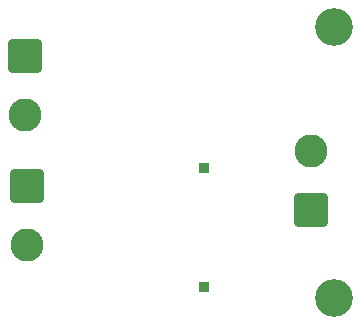
<source format=gbr>
%TF.GenerationSoftware,KiCad,Pcbnew,9.0.6*%
%TF.CreationDate,2026-02-11T21:56:19+01:00*%
%TF.ProjectId,High Side OR ing,48696768-2053-4696-9465-204f5220696e,A*%
%TF.SameCoordinates,Original*%
%TF.FileFunction,Soldermask,Bot*%
%TF.FilePolarity,Negative*%
%FSLAX46Y46*%
G04 Gerber Fmt 4.6, Leading zero omitted, Abs format (unit mm)*
G04 Created by KiCad (PCBNEW 9.0.6) date 2026-02-11 21:56:19*
%MOMM*%
%LPD*%
G01*
G04 APERTURE LIST*
G04 Aperture macros list*
%AMRoundRect*
0 Rectangle with rounded corners*
0 $1 Rounding radius*
0 $2 $3 $4 $5 $6 $7 $8 $9 X,Y pos of 4 corners*
0 Add a 4 corners polygon primitive as box body*
4,1,4,$2,$3,$4,$5,$6,$7,$8,$9,$2,$3,0*
0 Add four circle primitives for the rounded corners*
1,1,$1+$1,$2,$3*
1,1,$1+$1,$4,$5*
1,1,$1+$1,$6,$7*
1,1,$1+$1,$8,$9*
0 Add four rect primitives between the rounded corners*
20,1,$1+$1,$2,$3,$4,$5,0*
20,1,$1+$1,$4,$5,$6,$7,0*
20,1,$1+$1,$6,$7,$8,$9,0*
20,1,$1+$1,$8,$9,$2,$3,0*%
G04 Aperture macros list end*
%ADD10R,0.850000X0.850000*%
%ADD11RoundRect,0.250001X-1.149999X1.149999X-1.149999X-1.149999X1.149999X-1.149999X1.149999X1.149999X0*%
%ADD12C,2.800000*%
%ADD13C,3.200000*%
%ADD14RoundRect,0.250001X1.149999X-1.149999X1.149999X1.149999X-1.149999X1.149999X-1.149999X-1.149999X0*%
G04 APERTURE END LIST*
D10*
%TO.C,J5*%
X195000000Y-83000000D03*
%TD*%
D11*
%TO.C,J1*%
X180000000Y-84500000D03*
D12*
X180000000Y-89500000D03*
%TD*%
D11*
%TO.C,J2*%
X179882500Y-73500000D03*
D12*
X179882500Y-78500000D03*
%TD*%
D13*
%TO.C,H2*%
X206000000Y-94000000D03*
%TD*%
D10*
%TO.C,J4*%
X195000000Y-93000000D03*
%TD*%
D14*
%TO.C,J3*%
X204117500Y-86500000D03*
D12*
X204117500Y-81500000D03*
%TD*%
D13*
%TO.C,H1*%
X206000000Y-71000000D03*
%TD*%
M02*

</source>
